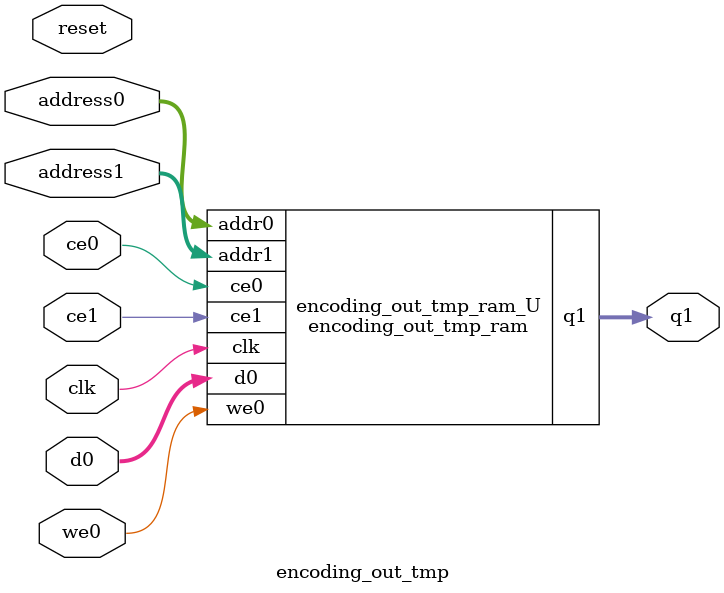
<source format=v>
`timescale 1 ns / 1 ps
module encoding_out_tmp_ram (addr0, ce0, d0, we0, addr1, ce1, q1,  clk);

parameter DWIDTH = 12;
parameter AWIDTH = 8;
parameter MEM_SIZE = 200;

input[AWIDTH-1:0] addr0;
input ce0;
input[DWIDTH-1:0] d0;
input we0;
input[AWIDTH-1:0] addr1;
input ce1;
output reg[DWIDTH-1:0] q1;
input clk;

reg [DWIDTH-1:0] ram[0:MEM_SIZE-1];




always @(posedge clk)  
begin 
    if (ce0) begin
        if (we0) 
            ram[addr0] <= d0; 
    end
end


always @(posedge clk)  
begin 
    if (ce1) begin
        q1 <= ram[addr1];
    end
end


endmodule

`timescale 1 ns / 1 ps
module encoding_out_tmp(
    reset,
    clk,
    address0,
    ce0,
    we0,
    d0,
    address1,
    ce1,
    q1);

parameter DataWidth = 32'd12;
parameter AddressRange = 32'd200;
parameter AddressWidth = 32'd8;
input reset;
input clk;
input[AddressWidth - 1:0] address0;
input ce0;
input we0;
input[DataWidth - 1:0] d0;
input[AddressWidth - 1:0] address1;
input ce1;
output[DataWidth - 1:0] q1;



encoding_out_tmp_ram encoding_out_tmp_ram_U(
    .clk( clk ),
    .addr0( address0 ),
    .ce0( ce0 ),
    .we0( we0 ),
    .d0( d0 ),
    .addr1( address1 ),
    .ce1( ce1 ),
    .q1( q1 ));

endmodule


</source>
